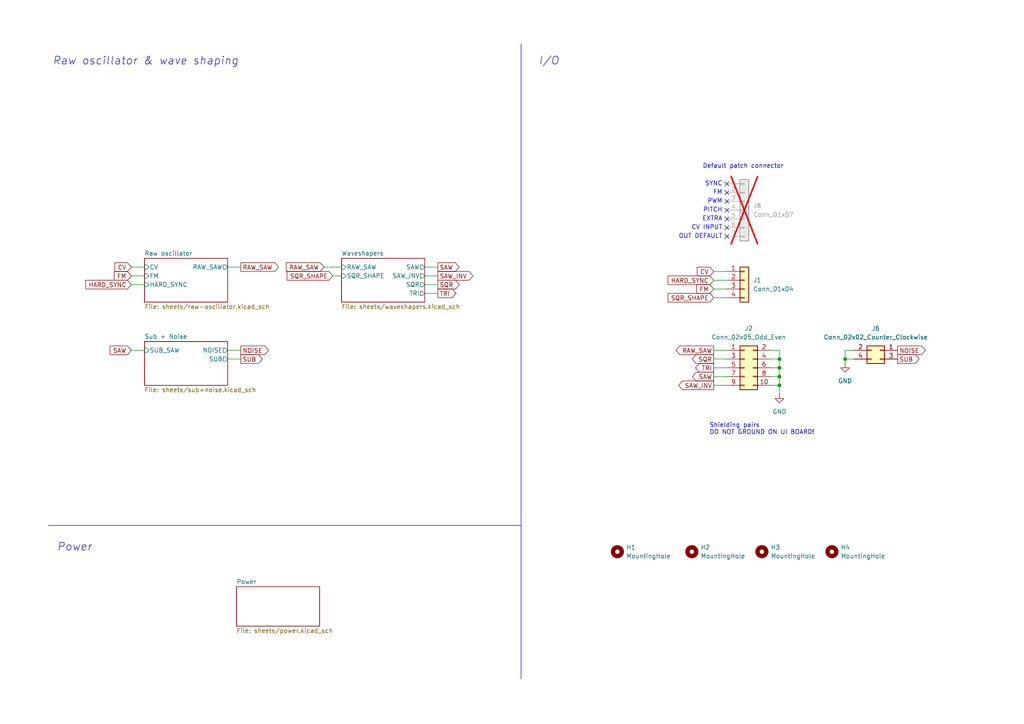
<source format=kicad_sch>
(kicad_sch (version 20250114) (generator "eeschema") (generator_version "9.0")
  (paper "A4")
  (title_block (title "Moduleur VCO core") (date "2026-02-21") (rev "v1.0") (company "Shmøergh"))
  (lib_symbols
    (symbol "Connector_Generic:Conn_01x04" (pin_names (offset 1.016) (hide yes))
      (property "Reference" "J" (at 0 5.08 0))
      (property "Value" "Conn_01x04" (at 0 -7.62 0))
      (symbol "Conn_01x04_1_1"
        (rectangle (start -1.27 3.81) (end 1.27 -6.35) (stroke (width 0.254)) (fill (type background)))
        (rectangle (start -1.27 2.667) (end 0 2.413) (stroke (width 0.1524)))
        (rectangle (start -1.27 0.127) (end 0 -0.127) (stroke (width 0.1524)))
        (rectangle (start -1.27 -2.413) (end 0 -2.667) (stroke (width 0.1524)))
        (rectangle (start -1.27 -4.953) (end 0 -5.207) (stroke (width 0.1524)))
        (pin passive line (at -5.08 2.54 0) (length 3.81) (name "Pin_1") (number "1"))
        (pin passive line (at -5.08 0 0) (length 3.81) (name "Pin_2") (number "2"))
        (pin passive line (at -5.08 -2.54 0) (length 3.81) (name "Pin_3") (number "3"))
        (pin passive line (at -5.08 -5.08 0) (length 3.81) (name "Pin_4") (number "4"))
      )
    )
    (symbol "Connector_Generic:Conn_01x07" (pin_names (offset 1.016) (hide yes))
      (property "Reference" "J" (at 0 10.16 0))
      (property "Value" "Conn_01x07" (at 0 -10.16 0))
      (symbol "Conn_01x07_1_1"
        (rectangle (start -1.27 8.89) (end 1.27 -8.89) (stroke (width 0.254)) (fill (type background)))
        (rectangle (start -1.27 7.747) (end 0 7.493) (stroke (width 0.1524)))
        (rectangle (start -1.27 5.207) (end 0 4.953) (stroke (width 0.1524)))
        (rectangle (start -1.27 2.667) (end 0 2.413) (stroke (width 0.1524)))
        (rectangle (start -1.27 0.127) (end 0 -0.127) (stroke (width 0.1524)))
        (rectangle (start -1.27 -2.413) (end 0 -2.667) (stroke (width 0.1524)))
        (rectangle (start -1.27 -4.953) (end 0 -5.207) (stroke (width 0.1524)))
        (rectangle (start -1.27 -7.493) (end 0 -7.747) (stroke (width 0.1524)))
        (pin passive line (at -5.08 7.62 0) (length 3.81) (name "Pin_1") (number "1"))
        (pin passive line (at -5.08 5.08 0) (length 3.81) (name "Pin_2") (number "2"))
        (pin passive line (at -5.08 2.54 0) (length 3.81) (name "Pin_3") (number "3"))
        (pin passive line (at -5.08 0 0) (length 3.81) (name "Pin_4") (number "4"))
        (pin passive line (at -5.08 -2.54 0) (length 3.81) (name "Pin_5") (number "5"))
        (pin passive line (at -5.08 -5.08 0) (length 3.81) (name "Pin_6") (number "6"))
        (pin passive line (at -5.08 -7.62 0) (length 3.81) (name "Pin_7") (number "7"))
      )
    )
    (symbol "Connector_Generic:Conn_02x02_Odd_Even" (pin_names (offset 1.016) (hide yes))
      (property "Reference" "J" (at 1.27 2.54 0))
      (property "Value" "Conn_02x02_Odd_Even" (at 1.27 -5.08 0))
      (symbol "Conn_02x02_Odd_Even_1_1"
        (rectangle (start -1.27 1.27) (end 3.81 -3.81) (stroke (width 0.254)) (fill (type background)))
        (rectangle (start -1.27 0.127) (end 0 -0.127) (stroke (width 0.1524)))
        (rectangle (start -1.27 -2.413) (end 0 -2.667) (stroke (width 0.1524)))
        (rectangle (start 3.81 0.127) (end 2.54 -0.127) (stroke (width 0.1524)))
        (rectangle (start 3.81 -2.413) (end 2.54 -2.667) (stroke (width 0.1524)))
        (pin passive line (at -5.08 0 0) (length 3.81) (name "Pin_1") (number "1"))
        (pin passive line (at -5.08 -2.54 0) (length 3.81) (name "Pin_3") (number "3"))
        (pin passive line (at 7.62 0 180) (length 3.81) (name "Pin_2") (number "2"))
        (pin passive line (at 7.62 -2.54 180) (length 3.81) (name "Pin_4") (number "4"))
      )
    )
    (symbol "Connector_Generic:Conn_02x05_Odd_Even" (pin_names (offset 1.016) (hide yes))
      (property "Reference" "J" (at 1.27 7.62 0))
      (property "Value" "Conn_02x05_Odd_Even" (at 1.27 -7.62 0))
      (symbol "Conn_02x05_Odd_Even_1_1"
        (rectangle (start -1.27 6.35) (end 3.81 -6.35) (stroke (width 0.254)) (fill (type background)))
        (rectangle (start -1.27 5.207) (end 0 4.953) (stroke (width 0.1524)))
        (rectangle (start -1.27 2.667) (end 0 2.413) (stroke (width 0.1524)))
        (rectangle (start -1.27 0.127) (end 0 -0.127) (stroke (width 0.1524)))
        (rectangle (start -1.27 -2.413) (end 0 -2.667) (stroke (width 0.1524)))
        (rectangle (start -1.27 -4.953) (end 0 -5.207) (stroke (width 0.1524)))
        (rectangle (start 3.81 5.207) (end 2.54 4.953) (stroke (width 0.1524)))
        (rectangle (start 3.81 2.667) (end 2.54 2.413) (stroke (width 0.1524)))
        (rectangle (start 3.81 0.127) (end 2.54 -0.127) (stroke (width 0.1524)))
        (rectangle (start 3.81 -2.413) (end 2.54 -2.667) (stroke (width 0.1524)))
        (rectangle (start 3.81 -4.953) (end 2.54 -5.207) (stroke (width 0.1524)))
        (pin passive line (at -5.08 5.08 0) (length 3.81) (name "Pin_1") (number "1"))
        (pin passive line (at -5.08 2.54 0) (length 3.81) (name "Pin_3") (number "3"))
        (pin passive line (at -5.08 0 0) (length 3.81) (name "Pin_5") (number "5"))
        (pin passive line (at -5.08 -2.54 0) (length 3.81) (name "Pin_7") (number "7"))
        (pin passive line (at -5.08 -5.08 0) (length 3.81) (name "Pin_9") (number "9"))
        (pin passive line (at 7.62 5.08 180) (length 3.81) (name "Pin_2") (number "2"))
        (pin passive line (at 7.62 2.54 180) (length 3.81) (name "Pin_4") (number "4"))
        (pin passive line (at 7.62 0 180) (length 3.81) (name "Pin_6") (number "6"))
        (pin passive line (at 7.62 -2.54 180) (length 3.81) (name "Pin_8") (number "8"))
        (pin passive line (at 7.62 -5.08 180) (length 3.81) (name "Pin_10") (number "10"))
      )
    )
    (symbol "Mechanical:MountingHole" (pin_names (offset 1.016)) (in_bom no)
      (property "Reference" "H" (at 0 5.08 0))
      (property "Value" "MountingHole" (at 0 3.175 0))
      (symbol "MountingHole_0_1"
        (circle (center 0 0) (radius 1.27) (stroke (width 1.27)))
      )
    )
    (symbol "power:GND" (power) (pin_numbers (hide yes)) (pin_names (offset 0) (hide yes))
      (property "Value" "GND" (at 0 -3.81 0))
      (symbol "GND_0_1"
        (polyline (pts (xy 0 0) (xy 0 -1.27) (xy 1.27 -1.27) (xy 0 -2.54) (xy -1.27 -1.27) (xy 0 -1.27)))
      )
      (symbol "GND_1_1"
        (pin power_in line (at 0 0 270) (length 0) (name "~") (number "1"))
      )
    )
  )
  (text "Power" (at 16.51 158.75 0) (effects (font (size 2.27 2.27) (italic yes)) (justify left)))
  (text "PWM" (at 209.55 58.42 0) (effects (font (size 1.27 1.27)) (justify right)))
  (text "Default patch connector" (at 227.33 48.26 0) (effects (font (size 1.27 1.27)) (justify right)))
  (text "CV INPUT" (at 209.55 66.04 0) (effects (font (size 1.27 1.27)) (justify right)))
  (text "SYNC" (at 209.55 53.34 0) (effects (font (size 1.27 1.27)) (justify right)))
  (text "OUT DEFAULT" (at 209.55 68.58 0) (effects (font (size 1.27 1.27)) (justify right)))
  (text "Shielding pairs\nDO NOT GROUND ON UI BOARD!" (at 205.74 124.46 0) (effects (font (size 1.27 1.27)) (justify left)))
  (text "EXTRA" (at 209.55 63.5 0) (effects (font (size 1.27 1.27)) (justify right)))
  (text "Raw oscillator & wave shaping" (at 15.24 17.78 0) (effects (font (size 2.27 2.27) (italic yes)) (justify left)))
  (text "FM" (at 209.55 55.88 0) (effects (font (size 1.27 1.27)) (justify right)))
  (text "I/O" (at 156.21 17.78 0) (effects (font (size 2.27 2.27) (italic yes)) (justify left)))
  (text "PITCH" (at 209.55 60.96 0) (effects (font (size 1.27 1.27)) (justify right)))
  (junction (at 226.06 109.22))
  (junction (at 226.06 106.68))
  (junction (at 245.11 104.14))
  (junction (at 226.06 104.14))
  (junction (at 226.06 111.76))
  (no_connect (at 210.82 66.04))
  (no_connect (at 210.82 53.34))
  (no_connect (at 210.82 68.58))
  (no_connect (at 210.82 60.96))
  (no_connect (at 210.82 55.88))
  (no_connect (at 210.82 63.5))
  (no_connect (at 210.82 58.42))
  (wire (pts (xy 96.52 80.01) (xy 99.06 80.01)))
  (wire (pts (xy 226.06 109.22) (xy 226.06 111.76)))
  (wire (pts (xy 207.01 78.74) (xy 210.82 78.74)))
  (wire (pts (xy 245.11 104.14) (xy 247.65 104.14)))
  (wire (pts (xy 245.11 104.14) (xy 245.11 105.41)))
  (wire (pts (xy 66.04 104.14) (xy 69.85 104.14)))
  (wire (pts (xy 207.01 111.76) (xy 210.82 111.76)))
  (wire (pts (xy 223.52 111.76) (xy 226.06 111.76)))
  (wire (pts (xy 223.52 104.14) (xy 226.06 104.14)))
  (wire (pts (xy 247.65 101.6) (xy 245.11 101.6)))
  (wire (pts (xy 207.01 86.36) (xy 210.82 86.36)))
  (wire (pts (xy 127 82.55) (xy 123.19 82.55)))
  (wire (pts (xy 226.06 101.6) (xy 226.06 104.14)))
  (wire (pts (xy 226.06 106.68) (xy 226.06 109.22)))
  (wire (pts (xy 207.01 106.68) (xy 210.82 106.68)))
  (wire (pts (xy 207.01 101.6) (xy 210.82 101.6)))
  (wire (pts (xy 207.01 109.22) (xy 210.82 109.22)))
  (wire (pts (xy 69.85 77.47) (xy 66.04 77.47)))
  (wire (pts (xy 127 85.09) (xy 123.19 85.09)))
  (wire (pts (xy 223.52 101.6) (xy 226.06 101.6)))
  (wire (pts (xy 207.01 83.82) (xy 210.82 83.82)))
  (wire (pts (xy 223.52 109.22) (xy 226.06 109.22)))
  (wire (pts (xy 226.06 104.14) (xy 226.06 106.68)))
  (wire (pts (xy 226.06 111.76) (xy 226.06 114.3)))
  (wire (pts (xy 127 80.01) (xy 123.19 80.01)))
  (wire (pts (xy 223.52 106.68) (xy 226.06 106.68)))
  (wire (pts (xy 38.1 77.47) (xy 41.91 77.47)))
  (wire (pts (xy 38.1 82.55) (xy 41.91 82.55)))
  (wire (pts (xy 127 77.47) (xy 123.19 77.47)))
  (polyline (pts (xy 151.13 12.7) (xy 151.13 196.85)))
  (wire (pts (xy 245.11 101.6) (xy 245.11 104.14)))
  (wire (pts (xy 38.1 101.6) (xy 41.91 101.6)))
  (wire (pts (xy 38.1 80.01) (xy 41.91 80.01)))
  (wire (pts (xy 207.01 81.28) (xy 210.82 81.28)))
  (wire (pts (xy 207.01 104.14) (xy 210.82 104.14)))
  (wire (pts (xy 93.98 77.47) (xy 99.06 77.47)))
  (polyline (pts (xy 13.97 152.4) (xy 151.13 152.4)))
  (wire (pts (xy 69.85 101.6) (xy 66.04 101.6)))
  (global_label "FM" (shape input) (at 207.01 83.82 180) (property "Intersheetrefs" "${INTERSHEET_REFS}" (effects (hide yes))))
  (global_label "SAW_INV" (shape output) (at 127 80.01 0) (property "Intersheetrefs" "${INTERSHEET_REFS}" (effects (hide yes))))
  (global_label "SQR" (shape output) (at 207.01 104.14 180) (property "Intersheetrefs" "${INTERSHEET_REFS}" (effects (hide yes))))
  (global_label "SAW_INV" (shape output) (at 207.01 111.76 180) (property "Intersheetrefs" "${INTERSHEET_REFS}" (effects (hide yes))))
  (global_label "SAW" (shape input) (at 38.1 101.6 180) (property "Intersheetrefs" "${INTERSHEET_REFS}" (effects (hide yes))))
  (global_label "TRI" (shape output) (at 127 85.09 0) (property "Intersheetrefs" "${INTERSHEET_REFS}" (effects (hide yes))))
  (global_label "SUB" (shape output) (at 260.35 104.14 0) (property "Intersheetrefs" "${INTERSHEET_REFS}" (effects (hide yes))))
  (global_label "NOISE" (shape output) (at 69.85 101.6 0) (property "Intersheetrefs" "${INTERSHEET_REFS}" (effects (hide yes))))
  (global_label "SAW" (shape output) (at 127 77.47 0) (property "Intersheetrefs" "${INTERSHEET_REFS}" (effects (hide yes))))
  (global_label "RAW_SAW" (shape input) (at 93.98 77.47 180) (property "Intersheetrefs" "${INTERSHEET_REFS}" (effects (hide yes))))
  (global_label "SQR_SHAPE" (shape input) (at 207.01 86.36 180) (property "Intersheetrefs" "${INTERSHEET_REFS}" (effects (hide yes))))
  (global_label "SQR_SHAPE" (shape input) (at 96.52 80.01 180) (property "Intersheetrefs" "${INTERSHEET_REFS}" (effects (hide yes))))
  (global_label "SUB" (shape output) (at 69.85 104.14 0) (property "Intersheetrefs" "${INTERSHEET_REFS}" (effects (hide yes))))
  (global_label "RAW_SAW" (shape output) (at 69.85 77.47 0) (property "Intersheetrefs" "${INTERSHEET_REFS}" (effects (hide yes))))
  (global_label "FM" (shape input) (at 38.1 80.01 180) (property "Intersheetrefs" "${INTERSHEET_REFS}" (effects (hide yes))))
  (global_label "CV" (shape input) (at 38.1 77.47 180) (property "Intersheetrefs" "${INTERSHEET_REFS}" (effects (hide yes))))
  (global_label "SQR" (shape output) (at 127 82.55 0) (property "Intersheetrefs" "${INTERSHEET_REFS}" (effects (hide yes))))
  (global_label "HARD_SYNC" (shape input) (at 38.1 82.55 180) (property "Intersheetrefs" "${INTERSHEET_REFS}" (effects (hide yes))))
  (global_label "HARD_SYNC" (shape input) (at 207.01 81.28 180) (property "Intersheetrefs" "${INTERSHEET_REFS}" (effects (hide yes))))
  (global_label "SAW" (shape output) (at 207.01 109.22 180) (property "Intersheetrefs" "${INTERSHEET_REFS}" (effects (hide yes))))
  (global_label "CV" (shape input) (at 207.01 78.74 180) (property "Intersheetrefs" "${INTERSHEET_REFS}" (effects (hide yes))))
  (global_label "NOISE" (shape output) (at 260.35 101.6 0) (property "Intersheetrefs" "${INTERSHEET_REFS}" (effects (hide yes))))
  (global_label "RAW_SAW" (shape output) (at 207.01 101.6 180) (property "Intersheetrefs" "${INTERSHEET_REFS}" (effects (hide yes))))
  (global_label "TRI" (shape output) (at 207.01 106.68 180) (property "Intersheetrefs" "${INTERSHEET_REFS}" (effects (hide yes))))
  (symbol (lib_id "Connector_Generic:Conn_02x02_Odd_Even") (at 255.27 101.6 0) (mirror y) (unit 1)
    (property "Reference" "J6" (at 254 95.25 0))
    (property "Value" "Conn_02x02_Counter_Clockwise" (at 254 97.79 0))
    (property "Footprint" "Connector_PinHeader_2.54mm:PinHeader_2x02_P2.54mm_Vertical" (effects (hide yes)))
    (property "Description" "Generic connector, double row, 02x02, odd/even pin numbering scheme (row 1 odd numbers, row 2 even numbers), script generated (kicad-library-utils/schlib/autogen/connector/)" (effects (hide yes)))
    (property "Part URL" "https://mou.sr/3TDBcz9" (effects (hide yes)))
    (property "Vendor" "Mouser" (effects (hide yes)))
    (property "CHECKED" "YES" (effects (hide yes)))
    (property "Mouser Part no." "200-HTSW10207TD" (effects (hide yes)))
  )
  (symbol (lib_id "power:GND") (at 226.06 114.3 0) (unit 1)
    (property "Reference" "#PWR01" (effects (hide yes)))
    (property "Value" "GND" (at 226.06 119.38 0))
    (property "Description" "Power symbol creates a global label with name \"GND\" , ground" (effects (hide yes)))
  )
  (symbol (lib_id "Mechanical:MountingHole") (at 200.66 160.02 0) (unit 1) (in_bom no)
    (property "Reference" "H2" (at 203.2 158.7499 0) (effects (justify left)))
    (property "Value" "MountingHole" (at 203.2 161.2899 0) (effects (justify left)))
    (property "Footprint" "MountingHole:MountingHole_3.2mm_M3_DIN965_Pad" (effects (hide yes)))
    (property "Description" "Mounting Hole without connection" (effects (hide yes)))
    (property "CHECKED" "YES" (effects (hide yes)))
  )
  (symbol (lib_id "Connector_Generic:Conn_01x04") (at 215.9 81.28 0) (unit 1)
    (property "Reference" "J1" (at 218.44 81.2799 0) (effects (justify left)))
    (property "Value" "Conn_01x04" (at 218.44 83.8199 0) (effects (justify left)))
    (property "Footprint" "Connector_PinHeader_2.54mm:PinHeader_1x04_P2.54mm_Vertical" (effects (hide yes)))
    (property "Description" "Generic connector, single row, 01x04, script generated (kicad-library-utils/schlib/autogen/connector/)" (effects (hide yes)))
    (property "Part URL" "https://mou.sr/3UfnMcJ" (effects (hide yes)))
    (property "Vendor" "Mouser" (effects (hide yes)))
    (property "CHECKED" "YES" (effects (hide yes)))
    (property "Mouser Part no." "200-HTSW10407TS" (effects (hide yes)))
  )
  (symbol (lib_id "Mechanical:MountingHole") (at 179.07 160.02 0) (unit 1) (in_bom no)
    (property "Reference" "H1" (at 181.61 158.7499 0) (effects (justify left)))
    (property "Value" "MountingHole" (at 181.61 161.2899 0) (effects (justify left)))
    (property "Footprint" "MountingHole:MountingHole_3.2mm_M3_DIN965_Pad" (effects (hide yes)))
    (property "Description" "Mounting Hole without connection" (effects (hide yes)))
    (property "CHECKED" "YES" (effects (hide yes)))
  )
  (symbol (lib_id "Connector_Generic:Conn_01x07") (at 215.9 60.96 0) (unit 1) (dnp yes)
    (property "Reference" "J8" (at 218.44 59.6899 0) (effects (justify left)))
    (property "Value" "Conn_01x07" (at 218.44 62.2299 0) (effects (justify left)))
    (property "Footprint" "Connector_PinHeader_2.54mm:PinHeader_1x07_P2.54mm_Vertical" (effects (hide yes)))
    (property "Description" "Generic connector, single row, 01x07, script generated (kicad-library-utils/schlib/autogen/connector/)" (effects (hide yes)))
    (property "Vendor" "Mouser" (effects (hide yes)))
    (property "Mouser Part no." "474-PRT-09280" (effects (hide yes)))
  )
  (symbol (lib_id "power:GND") (at 245.11 105.41 0) (mirror y) (unit 1)
    (property "Reference" "#PWR063" (effects (hide yes)))
    (property "Value" "GND" (at 245.11 110.49 0))
    (property "Description" "Power symbol creates a global label with name \"GND\" , ground" (effects (hide yes)))
  )
  (symbol (lib_id "Connector_Generic:Conn_02x05_Odd_Even") (at 215.9 106.68 0) (unit 1)
    (property "Reference" "J2" (at 217.17 95.25 0))
    (property "Value" "Conn_02x05_Odd_Even" (at 217.17 97.79 0))
    (property "Footprint" "Connector_PinHeader_2.54mm:PinHeader_2x05_P2.54mm_Vertical" (effects (hide yes)))
    (property "Description" "Generic connector, double row, 02x05, odd/even pin numbering scheme (row 1 odd numbers, row 2 even numbers), script generated (kicad-library-utils/schlib/autogen/connector/)" (effects (hide yes)))
    (property "Part URL" "https://mou.sr/40QhDaC" (effects (hide yes)))
    (property "Vendor" "Mouser" (effects (hide yes)))
    (property "CHECKED" "YES" (effects (hide yes)))
    (property "Mouser Part no." "200-TSW10507TD" (effects (hide yes)))
  )
  (symbol (lib_id "Mechanical:MountingHole") (at 220.98 160.02 0) (unit 1) (in_bom no)
    (property "Reference" "H3" (at 223.52 158.7499 0) (effects (justify left)))
    (property "Value" "MountingHole" (at 223.52 161.2899 0) (effects (justify left)))
    (property "Footprint" "MountingHole:MountingHole_3.2mm_M3_DIN965_Pad" (effects (hide yes)))
    (property "Description" "Mounting Hole without connection" (effects (hide yes)))
    (property "CHECKED" "YES" (effects (hide yes)))
  )
  (symbol (lib_id "Mechanical:MountingHole") (at 241.3 160.02 0) (unit 1) (in_bom no)
    (property "Reference" "H4" (at 243.84 158.7499 0) (effects (justify left)))
    (property "Value" "MountingHole" (at 243.84 161.2899 0) (effects (justify left)))
    (property "Footprint" "MountingHole:MountingHole_3.2mm_M3_DIN965_Pad" (effects (hide yes)))
    (property "Description" "Mounting Hole without connection" (effects (hide yes)))
    (property "CHECKED" "YES" (effects (hide yes)))
  )
  (sheet (at 68.58 170.18) (size 24.13 11.43) (stroke (width 0.1524))
    (property "Sheetname" "Power" (at 68.58 169.4684 0) (effects (justify left bottom)))
    (property "Sheetfile" "sheets/power.kicad_sch" (at 68.58 182.1946 0) (effects (justify left top)))
  )
  (sheet (at 99.06 74.93) (size 24.13 12.7) (stroke (width 0.1524))
    (property "Sheetname" "Waveshapers" (at 99.06 74.2184 0) (effects (justify left bottom)))
    (property "Sheetfile" "sheets/waveshapers.kicad_sch" (at 99.06 88.2146 0) (effects (justify left top)))
    (pin "RAW_SAW" input (at 99.06 77.47 180))
    (pin "SAW" output (at 123.19 77.47 0))
    (pin "SAW_INV" output (at 123.19 80.01 0))
    (pin "SQR" output (at 123.19 82.55 0))
    (pin "SQR_SHAPE" input (at 99.06 80.01 180))
    (pin "TRI" output (at 123.19 85.09 0))
  )
  (sheet (at 41.91 74.93) (size 24.13 12.7) (stroke (width 0.1524))
    (property "Sheetname" "Raw oscillator" (at 41.91 74.2184 0) (effects (justify left bottom)))
    (property "Sheetfile" "sheets/raw-oscillator.kicad_sch" (at 41.91 88.2146 0) (effects (justify left top)))
    (pin "FM" input (at 41.91 80.01 180))
    (pin "HARD_SYNC" input (at 41.91 82.55 180))
    (pin "RAW_SAW" output (at 66.04 77.47 0))
    (pin "CV" input (at 41.91 77.47 180))
  )
  (sheet (at 41.91 99.06) (size 24.13 12.7) (stroke (width 0.1524))
    (property "Sheetname" "Sub + Noise" (at 41.91 98.3484 0) (effects (justify left bottom)))
    (property "Sheetfile" "sheets/sub+noise.kicad_sch" (at 41.91 112.3446 0) (effects (justify left top)))
    (pin "NOISE" output (at 66.04 101.6 0))
    (pin "SUB" output (at 66.04 104.14 0))
    (pin "SUB_SAW" input (at 41.91 101.6 180))
  )
)
</source>
